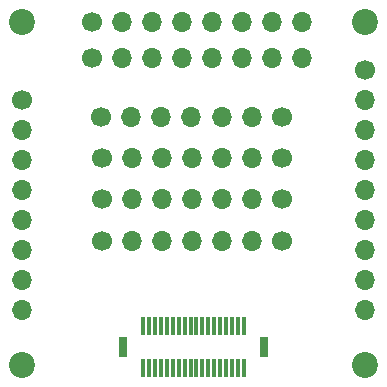
<source format=gbs>
G04 #@! TF.GenerationSoftware,KiCad,Pcbnew,(6.0.5)*
G04 #@! TF.CreationDate,2022-07-08T15:35:49+02:00*
G04 #@! TF.ProjectId,MovuinoShieldPrototyping,4d6f7675-696e-46f5-9368-69656c645072,rev?*
G04 #@! TF.SameCoordinates,Original*
G04 #@! TF.FileFunction,Soldermask,Bot*
G04 #@! TF.FilePolarity,Negative*
%FSLAX46Y46*%
G04 Gerber Fmt 4.6, Leading zero omitted, Abs format (unit mm)*
G04 Created by KiCad (PCBNEW (6.0.5)) date 2022-07-08 15:35:49*
%MOMM*%
%LPD*%
G01*
G04 APERTURE LIST*
%ADD10R,0.300000X1.600000*%
%ADD11R,0.800000X1.800000*%
%ADD12C,1.700000*%
%ADD13O,1.700000X1.700000*%
%ADD14C,2.200000*%
G04 APERTURE END LIST*
D10*
G04 #@! TO.C,J6*
X150000000Y-75950000D03*
X150000000Y-79550000D03*
X150500000Y-75950000D03*
X150500000Y-79550000D03*
X151000000Y-75950000D03*
X151000000Y-79550000D03*
X151500000Y-75950000D03*
X151500000Y-79550000D03*
X152000000Y-75950000D03*
X152000000Y-79550000D03*
X152500000Y-75950000D03*
X152500000Y-79550000D03*
X153000000Y-75950000D03*
X153000000Y-79550000D03*
X153500000Y-75950000D03*
X153500000Y-79550000D03*
X154000000Y-75950000D03*
X154000000Y-79550000D03*
X154500000Y-75950000D03*
X154500000Y-79550000D03*
X155000000Y-75950000D03*
X155000000Y-79550000D03*
X155500000Y-75950000D03*
X155500000Y-79550000D03*
X156000000Y-75950000D03*
X156000000Y-79550000D03*
X156500000Y-75950000D03*
X156500000Y-79550000D03*
X157000000Y-75950000D03*
X157000000Y-79550000D03*
X157500000Y-75950000D03*
X157500000Y-79550000D03*
X158000000Y-75950000D03*
X158000000Y-79550000D03*
X158500000Y-75950000D03*
X158500000Y-79550000D03*
D11*
X148250000Y-77750000D03*
X160250000Y-77750000D03*
G04 #@! TD*
D12*
G04 #@! TO.C,REF\u002A\u002A*
X161775000Y-65250000D03*
D13*
X159235000Y-65250000D03*
X156695000Y-65250000D03*
G04 #@! TD*
D14*
G04 #@! TO.C,*
X139750000Y-79250000D03*
G04 #@! TD*
D12*
G04 #@! TO.C,7*
X139700000Y-56825000D03*
D13*
X139700000Y-59365000D03*
X139700000Y-61905000D03*
X139700000Y-64445000D03*
X139700000Y-66985000D03*
X139700000Y-69525000D03*
X139700000Y-72065000D03*
X139700000Y-74605000D03*
G04 #@! TD*
D14*
G04 #@! TO.C,*
X139750000Y-50250000D03*
G04 #@! TD*
D12*
G04 #@! TO.C,REF\u002A\u002A*
X146475000Y-68750000D03*
D13*
X149015000Y-68750000D03*
X151555000Y-68750000D03*
X154095000Y-68750000D03*
G04 #@! TD*
D12*
G04 #@! TO.C,REF\u002A\u002A*
X146475000Y-61750000D03*
D13*
X149015000Y-61750000D03*
X151555000Y-61750000D03*
X154095000Y-61750000D03*
G04 #@! TD*
D12*
G04 #@! TO.C,REF\u002A\u002A*
X161750000Y-58250000D03*
D13*
X159210000Y-58250000D03*
X156670000Y-58250000D03*
G04 #@! TD*
D12*
G04 #@! TO.C,REF\u002A\u002A*
X168750000Y-54250000D03*
D13*
X168750000Y-56790000D03*
X168750000Y-59330000D03*
X168750000Y-61870000D03*
X168750000Y-64410000D03*
X168750000Y-66950000D03*
X168750000Y-69490000D03*
X168750000Y-72030000D03*
X168750000Y-74570000D03*
G04 #@! TD*
D14*
G04 #@! TO.C,*
X168750000Y-79250000D03*
G04 #@! TD*
D12*
G04 #@! TO.C,REF\u002A\u002A*
X161775000Y-68750000D03*
D13*
X159235000Y-68750000D03*
X156695000Y-68750000D03*
G04 #@! TD*
D12*
G04 #@! TO.C,REF\u002A\u002A*
X161775000Y-61750000D03*
D13*
X159235000Y-61750000D03*
X156695000Y-61750000D03*
G04 #@! TD*
D12*
G04 #@! TO.C,REF\u002A\u002A*
X145625000Y-53250000D03*
D13*
X148165000Y-53250000D03*
X150705000Y-53250000D03*
X153245000Y-53250000D03*
X155785000Y-53250000D03*
X158325000Y-53250000D03*
X160865000Y-53250000D03*
X163405000Y-53250000D03*
G04 #@! TD*
D12*
G04 #@! TO.C,REF\u002A\u002A*
X145625000Y-50250000D03*
D13*
X148165000Y-50250000D03*
X150705000Y-50250000D03*
X153245000Y-50250000D03*
X155785000Y-50250000D03*
X158325000Y-50250000D03*
X160865000Y-50250000D03*
X163405000Y-50250000D03*
G04 #@! TD*
D12*
G04 #@! TO.C,REF\u002A\u002A*
X146450000Y-58250000D03*
D13*
X148990000Y-58250000D03*
X151530000Y-58250000D03*
X154070000Y-58250000D03*
G04 #@! TD*
D14*
G04 #@! TO.C,*
X168750000Y-50250000D03*
G04 #@! TD*
D12*
G04 #@! TO.C,REF\u002A\u002A*
X146475000Y-65250000D03*
D13*
X149015000Y-65250000D03*
X151555000Y-65250000D03*
X154095000Y-65250000D03*
G04 #@! TD*
M02*

</source>
